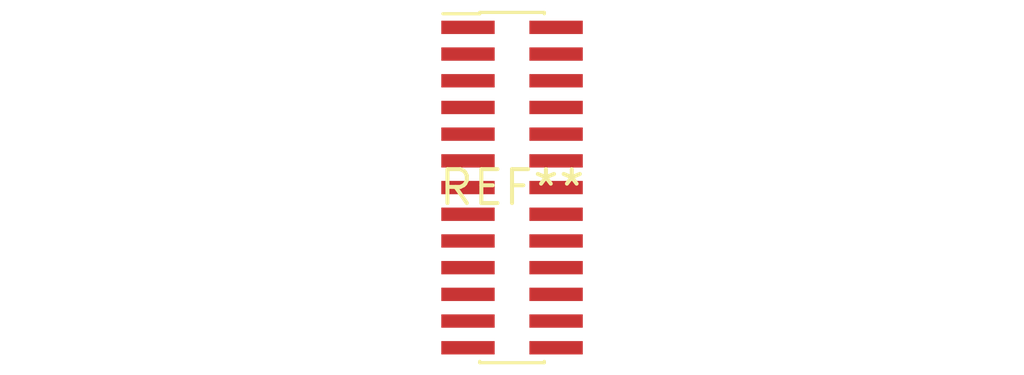
<source format=kicad_pcb>
(kicad_pcb (version 20240108) (generator pcbnew)
  (layers (0 "F.Cu" signal) (31 "B.Cu" signal) (34 "B.Paste" user) (35 "F.Paste" user) (36 "B.SilkS" user "B.Silkscreen") (37 "F.SilkS" user "F.Silkscreen") (38 "B.Mask" user) (39 "F.Mask" user) (44 "Edge.Cuts" user))
  (net 0 "")
  (footprint "PinHeader_2x13_P1.00mm_Vertical_SMD" (layer "F.Cu") (at 0 0)
    (property "Reference" "REF**")
    (property "Value" "PinHeader_2x13_P1.00mm_Vertical_SMD")
    (fp_line (start -2.59 -6.51) (end -1.21 -6.51) (layer "F.SilkS") (stroke (width 0.12)))
    (fp_line (start -1.21 -6.56) (end -1.21 -6.51) (layer "F.SilkS") (stroke (width 0.12)))
    (fp_line (start -1.21 -6.56) (end 1.21 -6.56) (layer "F.SilkS") (stroke (width 0.12)))
    (fp_line (start -1.21 6.51) (end -1.21 6.56) (layer "F.SilkS") (stroke (width 0.12)))
    (fp_line (start -1.21 6.56) (end 1.21 6.56) (layer "F.SilkS") (stroke (width 0.12)))
    (fp_line (start 1.21 -6.56) (end 1.21 -6.51) (layer "F.SilkS") (stroke (width 0.12)))
    (fp_line (start 1.21 6.51) (end 1.21 6.56) (layer "F.SilkS") (stroke (width 0.12)))
    (pad "1" smd rect (at -1.65 -6) (size 2 0.5) (layers "F.Cu" "F.Paste" "F.Mask"))
    (pad "2" smd rect (at 1.65 -6) (size 2 0.5) (layers "F.Cu" "F.Paste" "F.Mask"))
    (pad "3" smd rect (at -1.65 -5) (size 2 0.5) (layers "F.Cu" "F.Paste" "F.Mask"))
    (pad "4" smd rect (at 1.65 -5) (size 2 0.5) (layers "F.Cu" "F.Paste" "F.Mask"))
    (pad "5" smd rect (at -1.65 -4) (size 2 0.5) (layers "F.Cu" "F.Paste" "F.Mask"))
    (pad "6" smd rect (at 1.65 -4) (size 2 0.5) (layers "F.Cu" "F.Paste" "F.Mask"))
    (pad "7" smd rect (at -1.65 -3) (size 2 0.5) (layers "F.Cu" "F.Paste" "F.Mask"))
    (pad "8" smd rect (at 1.65 -3) (size 2 0.5) (layers "F.Cu" "F.Paste" "F.Mask"))
    (pad "9" smd rect (at -1.65 -2) (size 2 0.5) (layers "F.Cu" "F.Paste" "F.Mask"))
    (pad "10" smd rect (at 1.65 -2) (size 2 0.5) (layers "F.Cu" "F.Paste" "F.Mask"))
    (pad "11" smd rect (at -1.65 -1) (size 2 0.5) (layers "F.Cu" "F.Paste" "F.Mask"))
    (pad "12" smd rect (at 1.65 -1) (size 2 0.5) (layers "F.Cu" "F.Paste" "F.Mask"))
    (pad "13" smd rect (at -1.65 0) (size 2 0.5) (layers "F.Cu" "F.Paste" "F.Mask"))
    (pad "14" smd rect (at 1.65 0) (size 2 0.5) (layers "F.Cu" "F.Paste" "F.Mask"))
    (pad "15" smd rect (at -1.65 1) (size 2 0.5) (layers "F.Cu" "F.Paste" "F.Mask"))
    (pad "16" smd rect (at 1.65 1) (size 2 0.5) (layers "F.Cu" "F.Paste" "F.Mask"))
    (pad "17" smd rect (at -1.65 2) (size 2 0.5) (layers "F.Cu" "F.Paste" "F.Mask"))
    (pad "18" smd rect (at 1.65 2) (size 2 0.5) (layers "F.Cu" "F.Paste" "F.Mask"))
    (pad "19" smd rect (at -1.65 3) (size 2 0.5) (layers "F.Cu" "F.Paste" "F.Mask"))
    (pad "20" smd rect (at 1.65 3) (size 2 0.5) (layers "F.Cu" "F.Paste" "F.Mask"))
    (pad "21" smd rect (at -1.65 4) (size 2 0.5) (layers "F.Cu" "F.Paste" "F.Mask"))
    (pad "22" smd rect (at 1.65 4) (size 2 0.5) (layers "F.Cu" "F.Paste" "F.Mask"))
    (pad "23" smd rect (at -1.65 5) (size 2 0.5) (layers "F.Cu" "F.Paste" "F.Mask"))
    (pad "24" smd rect (at 1.65 5) (size 2 0.5) (layers "F.Cu" "F.Paste" "F.Mask"))
    (pad "25" smd rect (at -1.65 6) (size 2 0.5) (layers "F.Cu" "F.Paste" "F.Mask"))
    (pad "26" smd rect (at 1.65 6) (size 2 0.5) (layers "F.Cu" "F.Paste" "F.Mask"))
  )
)
</source>
